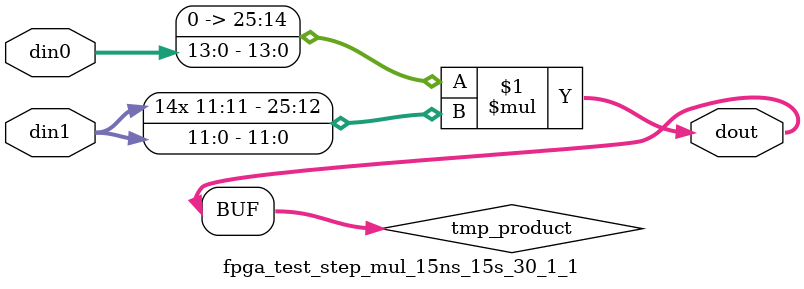
<source format=v>

`timescale 1 ns / 1 ps

  module fpga_test_step_mul_15ns_15s_30_1_1(din0, din1, dout);
parameter ID = 1;
parameter NUM_STAGE = 0;
parameter din0_WIDTH = 14;
parameter din1_WIDTH = 12;
parameter dout_WIDTH = 26;

input [din0_WIDTH - 1 : 0] din0; 
input [din1_WIDTH - 1 : 0] din1; 
output [dout_WIDTH - 1 : 0] dout;

wire signed [dout_WIDTH - 1 : 0] tmp_product;











assign tmp_product = $signed({1'b0, din0}) * $signed(din1);










assign dout = tmp_product;







endmodule

</source>
